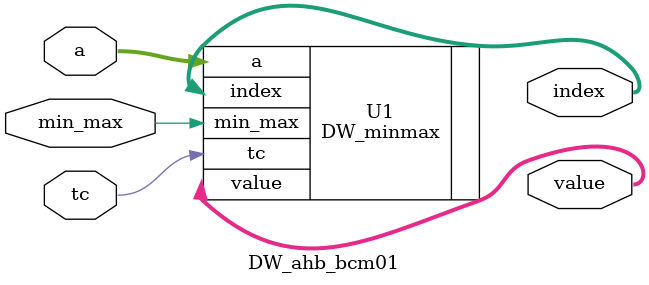
<source format=v>


  module DW_ahb_bcm01 (
      // Inputs
	a,
	tc,
	min_max,
      // Outputs
	value,
	index
);

parameter WIDTH = 		4;	// element WIDTH
parameter NUM_INPUTS = 		8;	// number of elements in input array
parameter INDEX_WIDTH = 	3;	// size of index pointer = ceil(log2(NUM_INPUTS))


input  [NUM_INPUTS*WIDTH-1 : 0]		a;	// Concatenated input vector
input					tc;	// 0 = unsigned, 1 = signed
input					min_max;// 0 = find min, 1 = find max
output [WIDTH-1:0]			value;	// mon or max value found
output [INDEX_WIDTH-1:0]		index;	// index to value found

  DW_minmax #(WIDTH,NUM_INPUTS) U1(
	.a(a),
	.tc(tc),
	.min_max(min_max),
	.value(value),
	.index(index) );


endmodule

</source>
